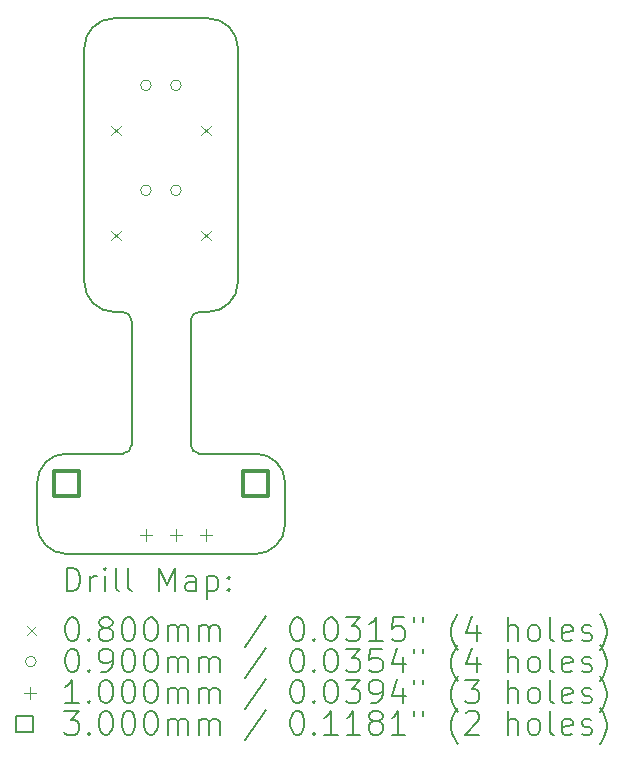
<source format=gbr>
%FSLAX45Y45*%
G04 Gerber Fmt 4.5, Leading zero omitted, Abs format (unit mm)*
G04 Created by KiCad (PCBNEW 6.0.5-a6ca702e91~116~ubuntu20.04.1) date 2022-06-20 08:21:17*
%MOMM*%
%LPD*%
G01*
G04 APERTURE LIST*
%TA.AperFunction,Profile*%
%ADD10C,0.150000*%
%TD*%
%ADD11C,0.200000*%
%ADD12C,0.080000*%
%ADD13C,0.090000*%
%ADD14C,0.100000*%
%ADD15C,0.300000*%
G04 APERTURE END LIST*
D10*
X10250000Y-9150000D02*
X10725000Y-9150000D01*
X12100000Y-9750000D02*
X12100000Y-9400000D01*
X10650000Y-5466000D02*
X11450000Y-5466000D01*
X10400000Y-7700000D02*
X10400000Y-5716000D01*
X11375000Y-9150000D02*
X11850000Y-9150000D01*
X11300000Y-9075000D02*
G75*
G03*
X11375000Y-9150000I75000J0D01*
G01*
X10725000Y-9150000D02*
G75*
G03*
X10800000Y-9075000I0J75000D01*
G01*
X10800000Y-8025000D02*
X10800000Y-9075000D01*
X11300000Y-8025000D02*
X11300000Y-9075000D01*
X11375000Y-7950000D02*
G75*
G03*
X11300000Y-8025000I0J-75000D01*
G01*
X10800000Y-8025000D02*
G75*
G03*
X10725000Y-7950000I-75000J0D01*
G01*
X10650000Y-7950000D02*
X10725000Y-7950000D01*
X11375000Y-7950000D02*
X11450000Y-7950000D01*
X10400000Y-7700000D02*
G75*
G03*
X10650000Y-7950000I250000J0D01*
G01*
X11450000Y-7950000D02*
G75*
G03*
X11700000Y-7700000I0J250000D01*
G01*
X11700000Y-7700000D02*
X11700000Y-5710000D01*
X10650000Y-5466000D02*
G75*
G03*
X10400000Y-5716000I0J-250000D01*
G01*
X11700000Y-5710000D02*
G75*
G03*
X11450000Y-5466000I-250000J-6074D01*
G01*
X10000000Y-9745000D02*
G75*
G03*
X10250000Y-10000000I250000J-4951D01*
G01*
X12100000Y-9400000D02*
G75*
G03*
X11850000Y-9150000I-250000J0D01*
G01*
X10250000Y-10000000D02*
X11850000Y-10000000D01*
X10250000Y-9150000D02*
G75*
G03*
X10000000Y-9400000I0J-250000D01*
G01*
X11850000Y-10000000D02*
G75*
G03*
X12100000Y-9750000I0J250000D01*
G01*
X10000000Y-9745000D02*
X10000000Y-9400000D01*
D11*
D12*
X10628000Y-6373500D02*
X10708000Y-6453500D01*
X10708000Y-6373500D02*
X10628000Y-6453500D01*
X10628000Y-7262500D02*
X10708000Y-7342500D01*
X10708000Y-7262500D02*
X10628000Y-7342500D01*
X11390000Y-6373500D02*
X11470000Y-6453500D01*
X11470000Y-6373500D02*
X11390000Y-6453500D01*
X11390000Y-7262500D02*
X11470000Y-7342500D01*
X11470000Y-7262500D02*
X11390000Y-7342500D01*
D13*
X10967000Y-6032500D02*
G75*
G03*
X10967000Y-6032500I-45000J0D01*
G01*
X10967000Y-6921500D02*
G75*
G03*
X10967000Y-6921500I-45000J0D01*
G01*
X11221000Y-6032500D02*
G75*
G03*
X11221000Y-6032500I-45000J0D01*
G01*
X11221000Y-6921500D02*
G75*
G03*
X11221000Y-6921500I-45000J0D01*
G01*
D14*
X10922000Y-9792500D02*
X10922000Y-9892500D01*
X10872000Y-9842500D02*
X10972000Y-9842500D01*
X11176000Y-9792500D02*
X11176000Y-9892500D01*
X11126000Y-9842500D02*
X11226000Y-9842500D01*
X11430000Y-9792500D02*
X11430000Y-9892500D01*
X11380000Y-9842500D02*
X11480000Y-9842500D01*
D15*
X10356067Y-9506067D02*
X10356067Y-9293933D01*
X10143933Y-9293933D01*
X10143933Y-9506067D01*
X10356067Y-9506067D01*
X11956067Y-9506067D02*
X11956067Y-9293933D01*
X11743933Y-9293933D01*
X11743933Y-9506067D01*
X11956067Y-9506067D01*
D11*
X10250070Y-10317976D02*
X10250070Y-10117976D01*
X10297689Y-10117976D01*
X10326260Y-10127500D01*
X10345308Y-10146548D01*
X10354832Y-10165595D01*
X10364356Y-10203690D01*
X10364356Y-10232262D01*
X10354832Y-10270357D01*
X10345308Y-10289405D01*
X10326260Y-10308452D01*
X10297689Y-10317976D01*
X10250070Y-10317976D01*
X10450070Y-10317976D02*
X10450070Y-10184643D01*
X10450070Y-10222738D02*
X10459594Y-10203690D01*
X10469118Y-10194167D01*
X10488165Y-10184643D01*
X10507213Y-10184643D01*
X10573879Y-10317976D02*
X10573879Y-10184643D01*
X10573879Y-10117976D02*
X10564356Y-10127500D01*
X10573879Y-10137024D01*
X10583403Y-10127500D01*
X10573879Y-10117976D01*
X10573879Y-10137024D01*
X10697689Y-10317976D02*
X10678641Y-10308452D01*
X10669118Y-10289405D01*
X10669118Y-10117976D01*
X10802451Y-10317976D02*
X10783403Y-10308452D01*
X10773879Y-10289405D01*
X10773879Y-10117976D01*
X11031022Y-10317976D02*
X11031022Y-10117976D01*
X11097689Y-10260833D01*
X11164356Y-10117976D01*
X11164356Y-10317976D01*
X11345308Y-10317976D02*
X11345308Y-10213214D01*
X11335784Y-10194167D01*
X11316737Y-10184643D01*
X11278641Y-10184643D01*
X11259594Y-10194167D01*
X11345308Y-10308452D02*
X11326260Y-10317976D01*
X11278641Y-10317976D01*
X11259594Y-10308452D01*
X11250070Y-10289405D01*
X11250070Y-10270357D01*
X11259594Y-10251310D01*
X11278641Y-10241786D01*
X11326260Y-10241786D01*
X11345308Y-10232262D01*
X11440546Y-10184643D02*
X11440546Y-10384643D01*
X11440546Y-10194167D02*
X11459594Y-10184643D01*
X11497689Y-10184643D01*
X11516737Y-10194167D01*
X11526260Y-10203690D01*
X11535784Y-10222738D01*
X11535784Y-10279881D01*
X11526260Y-10298929D01*
X11516737Y-10308452D01*
X11497689Y-10317976D01*
X11459594Y-10317976D01*
X11440546Y-10308452D01*
X11621498Y-10298929D02*
X11631022Y-10308452D01*
X11621498Y-10317976D01*
X11611975Y-10308452D01*
X11621498Y-10298929D01*
X11621498Y-10317976D01*
X11621498Y-10194167D02*
X11631022Y-10203690D01*
X11621498Y-10213214D01*
X11611975Y-10203690D01*
X11621498Y-10194167D01*
X11621498Y-10213214D01*
D12*
X9912451Y-10607500D02*
X9992451Y-10687500D01*
X9992451Y-10607500D02*
X9912451Y-10687500D01*
D11*
X10288165Y-10537976D02*
X10307213Y-10537976D01*
X10326260Y-10547500D01*
X10335784Y-10557024D01*
X10345308Y-10576071D01*
X10354832Y-10614167D01*
X10354832Y-10661786D01*
X10345308Y-10699881D01*
X10335784Y-10718929D01*
X10326260Y-10728452D01*
X10307213Y-10737976D01*
X10288165Y-10737976D01*
X10269118Y-10728452D01*
X10259594Y-10718929D01*
X10250070Y-10699881D01*
X10240546Y-10661786D01*
X10240546Y-10614167D01*
X10250070Y-10576071D01*
X10259594Y-10557024D01*
X10269118Y-10547500D01*
X10288165Y-10537976D01*
X10440546Y-10718929D02*
X10450070Y-10728452D01*
X10440546Y-10737976D01*
X10431022Y-10728452D01*
X10440546Y-10718929D01*
X10440546Y-10737976D01*
X10564356Y-10623690D02*
X10545308Y-10614167D01*
X10535784Y-10604643D01*
X10526260Y-10585595D01*
X10526260Y-10576071D01*
X10535784Y-10557024D01*
X10545308Y-10547500D01*
X10564356Y-10537976D01*
X10602451Y-10537976D01*
X10621499Y-10547500D01*
X10631022Y-10557024D01*
X10640546Y-10576071D01*
X10640546Y-10585595D01*
X10631022Y-10604643D01*
X10621499Y-10614167D01*
X10602451Y-10623690D01*
X10564356Y-10623690D01*
X10545308Y-10633214D01*
X10535784Y-10642738D01*
X10526260Y-10661786D01*
X10526260Y-10699881D01*
X10535784Y-10718929D01*
X10545308Y-10728452D01*
X10564356Y-10737976D01*
X10602451Y-10737976D01*
X10621499Y-10728452D01*
X10631022Y-10718929D01*
X10640546Y-10699881D01*
X10640546Y-10661786D01*
X10631022Y-10642738D01*
X10621499Y-10633214D01*
X10602451Y-10623690D01*
X10764356Y-10537976D02*
X10783403Y-10537976D01*
X10802451Y-10547500D01*
X10811975Y-10557024D01*
X10821499Y-10576071D01*
X10831022Y-10614167D01*
X10831022Y-10661786D01*
X10821499Y-10699881D01*
X10811975Y-10718929D01*
X10802451Y-10728452D01*
X10783403Y-10737976D01*
X10764356Y-10737976D01*
X10745308Y-10728452D01*
X10735784Y-10718929D01*
X10726260Y-10699881D01*
X10716737Y-10661786D01*
X10716737Y-10614167D01*
X10726260Y-10576071D01*
X10735784Y-10557024D01*
X10745308Y-10547500D01*
X10764356Y-10537976D01*
X10954832Y-10537976D02*
X10973879Y-10537976D01*
X10992927Y-10547500D01*
X11002451Y-10557024D01*
X11011975Y-10576071D01*
X11021499Y-10614167D01*
X11021499Y-10661786D01*
X11011975Y-10699881D01*
X11002451Y-10718929D01*
X10992927Y-10728452D01*
X10973879Y-10737976D01*
X10954832Y-10737976D01*
X10935784Y-10728452D01*
X10926260Y-10718929D01*
X10916737Y-10699881D01*
X10907213Y-10661786D01*
X10907213Y-10614167D01*
X10916737Y-10576071D01*
X10926260Y-10557024D01*
X10935784Y-10547500D01*
X10954832Y-10537976D01*
X11107213Y-10737976D02*
X11107213Y-10604643D01*
X11107213Y-10623690D02*
X11116737Y-10614167D01*
X11135784Y-10604643D01*
X11164356Y-10604643D01*
X11183403Y-10614167D01*
X11192927Y-10633214D01*
X11192927Y-10737976D01*
X11192927Y-10633214D02*
X11202451Y-10614167D01*
X11221498Y-10604643D01*
X11250070Y-10604643D01*
X11269117Y-10614167D01*
X11278641Y-10633214D01*
X11278641Y-10737976D01*
X11373879Y-10737976D02*
X11373879Y-10604643D01*
X11373879Y-10623690D02*
X11383403Y-10614167D01*
X11402451Y-10604643D01*
X11431022Y-10604643D01*
X11450070Y-10614167D01*
X11459594Y-10633214D01*
X11459594Y-10737976D01*
X11459594Y-10633214D02*
X11469117Y-10614167D01*
X11488165Y-10604643D01*
X11516737Y-10604643D01*
X11535784Y-10614167D01*
X11545308Y-10633214D01*
X11545308Y-10737976D01*
X11935784Y-10528452D02*
X11764356Y-10785595D01*
X12192927Y-10537976D02*
X12211975Y-10537976D01*
X12231022Y-10547500D01*
X12240546Y-10557024D01*
X12250070Y-10576071D01*
X12259594Y-10614167D01*
X12259594Y-10661786D01*
X12250070Y-10699881D01*
X12240546Y-10718929D01*
X12231022Y-10728452D01*
X12211975Y-10737976D01*
X12192927Y-10737976D01*
X12173879Y-10728452D01*
X12164356Y-10718929D01*
X12154832Y-10699881D01*
X12145308Y-10661786D01*
X12145308Y-10614167D01*
X12154832Y-10576071D01*
X12164356Y-10557024D01*
X12173879Y-10547500D01*
X12192927Y-10537976D01*
X12345308Y-10718929D02*
X12354832Y-10728452D01*
X12345308Y-10737976D01*
X12335784Y-10728452D01*
X12345308Y-10718929D01*
X12345308Y-10737976D01*
X12478641Y-10537976D02*
X12497689Y-10537976D01*
X12516737Y-10547500D01*
X12526260Y-10557024D01*
X12535784Y-10576071D01*
X12545308Y-10614167D01*
X12545308Y-10661786D01*
X12535784Y-10699881D01*
X12526260Y-10718929D01*
X12516737Y-10728452D01*
X12497689Y-10737976D01*
X12478641Y-10737976D01*
X12459594Y-10728452D01*
X12450070Y-10718929D01*
X12440546Y-10699881D01*
X12431022Y-10661786D01*
X12431022Y-10614167D01*
X12440546Y-10576071D01*
X12450070Y-10557024D01*
X12459594Y-10547500D01*
X12478641Y-10537976D01*
X12611975Y-10537976D02*
X12735784Y-10537976D01*
X12669117Y-10614167D01*
X12697689Y-10614167D01*
X12716737Y-10623690D01*
X12726260Y-10633214D01*
X12735784Y-10652262D01*
X12735784Y-10699881D01*
X12726260Y-10718929D01*
X12716737Y-10728452D01*
X12697689Y-10737976D01*
X12640546Y-10737976D01*
X12621498Y-10728452D01*
X12611975Y-10718929D01*
X12926260Y-10737976D02*
X12811975Y-10737976D01*
X12869117Y-10737976D02*
X12869117Y-10537976D01*
X12850070Y-10566548D01*
X12831022Y-10585595D01*
X12811975Y-10595119D01*
X13107213Y-10537976D02*
X13011975Y-10537976D01*
X13002451Y-10633214D01*
X13011975Y-10623690D01*
X13031022Y-10614167D01*
X13078641Y-10614167D01*
X13097689Y-10623690D01*
X13107213Y-10633214D01*
X13116737Y-10652262D01*
X13116737Y-10699881D01*
X13107213Y-10718929D01*
X13097689Y-10728452D01*
X13078641Y-10737976D01*
X13031022Y-10737976D01*
X13011975Y-10728452D01*
X13002451Y-10718929D01*
X13192927Y-10537976D02*
X13192927Y-10576071D01*
X13269117Y-10537976D02*
X13269117Y-10576071D01*
X13564356Y-10814167D02*
X13554832Y-10804643D01*
X13535784Y-10776071D01*
X13526260Y-10757024D01*
X13516737Y-10728452D01*
X13507213Y-10680833D01*
X13507213Y-10642738D01*
X13516737Y-10595119D01*
X13526260Y-10566548D01*
X13535784Y-10547500D01*
X13554832Y-10518929D01*
X13564356Y-10509405D01*
X13726260Y-10604643D02*
X13726260Y-10737976D01*
X13678641Y-10528452D02*
X13631022Y-10671310D01*
X13754832Y-10671310D01*
X13983403Y-10737976D02*
X13983403Y-10537976D01*
X14069117Y-10737976D02*
X14069117Y-10633214D01*
X14059594Y-10614167D01*
X14040546Y-10604643D01*
X14011975Y-10604643D01*
X13992927Y-10614167D01*
X13983403Y-10623690D01*
X14192927Y-10737976D02*
X14173879Y-10728452D01*
X14164356Y-10718929D01*
X14154832Y-10699881D01*
X14154832Y-10642738D01*
X14164356Y-10623690D01*
X14173879Y-10614167D01*
X14192927Y-10604643D01*
X14221498Y-10604643D01*
X14240546Y-10614167D01*
X14250070Y-10623690D01*
X14259594Y-10642738D01*
X14259594Y-10699881D01*
X14250070Y-10718929D01*
X14240546Y-10728452D01*
X14221498Y-10737976D01*
X14192927Y-10737976D01*
X14373879Y-10737976D02*
X14354832Y-10728452D01*
X14345308Y-10709405D01*
X14345308Y-10537976D01*
X14526260Y-10728452D02*
X14507213Y-10737976D01*
X14469117Y-10737976D01*
X14450070Y-10728452D01*
X14440546Y-10709405D01*
X14440546Y-10633214D01*
X14450070Y-10614167D01*
X14469117Y-10604643D01*
X14507213Y-10604643D01*
X14526260Y-10614167D01*
X14535784Y-10633214D01*
X14535784Y-10652262D01*
X14440546Y-10671310D01*
X14611975Y-10728452D02*
X14631022Y-10737976D01*
X14669117Y-10737976D01*
X14688165Y-10728452D01*
X14697689Y-10709405D01*
X14697689Y-10699881D01*
X14688165Y-10680833D01*
X14669117Y-10671310D01*
X14640546Y-10671310D01*
X14621498Y-10661786D01*
X14611975Y-10642738D01*
X14611975Y-10633214D01*
X14621498Y-10614167D01*
X14640546Y-10604643D01*
X14669117Y-10604643D01*
X14688165Y-10614167D01*
X14764356Y-10814167D02*
X14773879Y-10804643D01*
X14792927Y-10776071D01*
X14802451Y-10757024D01*
X14811975Y-10728452D01*
X14821498Y-10680833D01*
X14821498Y-10642738D01*
X14811975Y-10595119D01*
X14802451Y-10566548D01*
X14792927Y-10547500D01*
X14773879Y-10518929D01*
X14764356Y-10509405D01*
D13*
X9992451Y-10911500D02*
G75*
G03*
X9992451Y-10911500I-45000J0D01*
G01*
D11*
X10288165Y-10801976D02*
X10307213Y-10801976D01*
X10326260Y-10811500D01*
X10335784Y-10821024D01*
X10345308Y-10840071D01*
X10354832Y-10878167D01*
X10354832Y-10925786D01*
X10345308Y-10963881D01*
X10335784Y-10982929D01*
X10326260Y-10992452D01*
X10307213Y-11001976D01*
X10288165Y-11001976D01*
X10269118Y-10992452D01*
X10259594Y-10982929D01*
X10250070Y-10963881D01*
X10240546Y-10925786D01*
X10240546Y-10878167D01*
X10250070Y-10840071D01*
X10259594Y-10821024D01*
X10269118Y-10811500D01*
X10288165Y-10801976D01*
X10440546Y-10982929D02*
X10450070Y-10992452D01*
X10440546Y-11001976D01*
X10431022Y-10992452D01*
X10440546Y-10982929D01*
X10440546Y-11001976D01*
X10545308Y-11001976D02*
X10583403Y-11001976D01*
X10602451Y-10992452D01*
X10611975Y-10982929D01*
X10631022Y-10954357D01*
X10640546Y-10916262D01*
X10640546Y-10840071D01*
X10631022Y-10821024D01*
X10621499Y-10811500D01*
X10602451Y-10801976D01*
X10564356Y-10801976D01*
X10545308Y-10811500D01*
X10535784Y-10821024D01*
X10526260Y-10840071D01*
X10526260Y-10887690D01*
X10535784Y-10906738D01*
X10545308Y-10916262D01*
X10564356Y-10925786D01*
X10602451Y-10925786D01*
X10621499Y-10916262D01*
X10631022Y-10906738D01*
X10640546Y-10887690D01*
X10764356Y-10801976D02*
X10783403Y-10801976D01*
X10802451Y-10811500D01*
X10811975Y-10821024D01*
X10821499Y-10840071D01*
X10831022Y-10878167D01*
X10831022Y-10925786D01*
X10821499Y-10963881D01*
X10811975Y-10982929D01*
X10802451Y-10992452D01*
X10783403Y-11001976D01*
X10764356Y-11001976D01*
X10745308Y-10992452D01*
X10735784Y-10982929D01*
X10726260Y-10963881D01*
X10716737Y-10925786D01*
X10716737Y-10878167D01*
X10726260Y-10840071D01*
X10735784Y-10821024D01*
X10745308Y-10811500D01*
X10764356Y-10801976D01*
X10954832Y-10801976D02*
X10973879Y-10801976D01*
X10992927Y-10811500D01*
X11002451Y-10821024D01*
X11011975Y-10840071D01*
X11021499Y-10878167D01*
X11021499Y-10925786D01*
X11011975Y-10963881D01*
X11002451Y-10982929D01*
X10992927Y-10992452D01*
X10973879Y-11001976D01*
X10954832Y-11001976D01*
X10935784Y-10992452D01*
X10926260Y-10982929D01*
X10916737Y-10963881D01*
X10907213Y-10925786D01*
X10907213Y-10878167D01*
X10916737Y-10840071D01*
X10926260Y-10821024D01*
X10935784Y-10811500D01*
X10954832Y-10801976D01*
X11107213Y-11001976D02*
X11107213Y-10868643D01*
X11107213Y-10887690D02*
X11116737Y-10878167D01*
X11135784Y-10868643D01*
X11164356Y-10868643D01*
X11183403Y-10878167D01*
X11192927Y-10897214D01*
X11192927Y-11001976D01*
X11192927Y-10897214D02*
X11202451Y-10878167D01*
X11221498Y-10868643D01*
X11250070Y-10868643D01*
X11269117Y-10878167D01*
X11278641Y-10897214D01*
X11278641Y-11001976D01*
X11373879Y-11001976D02*
X11373879Y-10868643D01*
X11373879Y-10887690D02*
X11383403Y-10878167D01*
X11402451Y-10868643D01*
X11431022Y-10868643D01*
X11450070Y-10878167D01*
X11459594Y-10897214D01*
X11459594Y-11001976D01*
X11459594Y-10897214D02*
X11469117Y-10878167D01*
X11488165Y-10868643D01*
X11516737Y-10868643D01*
X11535784Y-10878167D01*
X11545308Y-10897214D01*
X11545308Y-11001976D01*
X11935784Y-10792452D02*
X11764356Y-11049595D01*
X12192927Y-10801976D02*
X12211975Y-10801976D01*
X12231022Y-10811500D01*
X12240546Y-10821024D01*
X12250070Y-10840071D01*
X12259594Y-10878167D01*
X12259594Y-10925786D01*
X12250070Y-10963881D01*
X12240546Y-10982929D01*
X12231022Y-10992452D01*
X12211975Y-11001976D01*
X12192927Y-11001976D01*
X12173879Y-10992452D01*
X12164356Y-10982929D01*
X12154832Y-10963881D01*
X12145308Y-10925786D01*
X12145308Y-10878167D01*
X12154832Y-10840071D01*
X12164356Y-10821024D01*
X12173879Y-10811500D01*
X12192927Y-10801976D01*
X12345308Y-10982929D02*
X12354832Y-10992452D01*
X12345308Y-11001976D01*
X12335784Y-10992452D01*
X12345308Y-10982929D01*
X12345308Y-11001976D01*
X12478641Y-10801976D02*
X12497689Y-10801976D01*
X12516737Y-10811500D01*
X12526260Y-10821024D01*
X12535784Y-10840071D01*
X12545308Y-10878167D01*
X12545308Y-10925786D01*
X12535784Y-10963881D01*
X12526260Y-10982929D01*
X12516737Y-10992452D01*
X12497689Y-11001976D01*
X12478641Y-11001976D01*
X12459594Y-10992452D01*
X12450070Y-10982929D01*
X12440546Y-10963881D01*
X12431022Y-10925786D01*
X12431022Y-10878167D01*
X12440546Y-10840071D01*
X12450070Y-10821024D01*
X12459594Y-10811500D01*
X12478641Y-10801976D01*
X12611975Y-10801976D02*
X12735784Y-10801976D01*
X12669117Y-10878167D01*
X12697689Y-10878167D01*
X12716737Y-10887690D01*
X12726260Y-10897214D01*
X12735784Y-10916262D01*
X12735784Y-10963881D01*
X12726260Y-10982929D01*
X12716737Y-10992452D01*
X12697689Y-11001976D01*
X12640546Y-11001976D01*
X12621498Y-10992452D01*
X12611975Y-10982929D01*
X12916737Y-10801976D02*
X12821498Y-10801976D01*
X12811975Y-10897214D01*
X12821498Y-10887690D01*
X12840546Y-10878167D01*
X12888165Y-10878167D01*
X12907213Y-10887690D01*
X12916737Y-10897214D01*
X12926260Y-10916262D01*
X12926260Y-10963881D01*
X12916737Y-10982929D01*
X12907213Y-10992452D01*
X12888165Y-11001976D01*
X12840546Y-11001976D01*
X12821498Y-10992452D01*
X12811975Y-10982929D01*
X13097689Y-10868643D02*
X13097689Y-11001976D01*
X13050070Y-10792452D02*
X13002451Y-10935310D01*
X13126260Y-10935310D01*
X13192927Y-10801976D02*
X13192927Y-10840071D01*
X13269117Y-10801976D02*
X13269117Y-10840071D01*
X13564356Y-11078167D02*
X13554832Y-11068643D01*
X13535784Y-11040071D01*
X13526260Y-11021024D01*
X13516737Y-10992452D01*
X13507213Y-10944833D01*
X13507213Y-10906738D01*
X13516737Y-10859119D01*
X13526260Y-10830548D01*
X13535784Y-10811500D01*
X13554832Y-10782929D01*
X13564356Y-10773405D01*
X13726260Y-10868643D02*
X13726260Y-11001976D01*
X13678641Y-10792452D02*
X13631022Y-10935310D01*
X13754832Y-10935310D01*
X13983403Y-11001976D02*
X13983403Y-10801976D01*
X14069117Y-11001976D02*
X14069117Y-10897214D01*
X14059594Y-10878167D01*
X14040546Y-10868643D01*
X14011975Y-10868643D01*
X13992927Y-10878167D01*
X13983403Y-10887690D01*
X14192927Y-11001976D02*
X14173879Y-10992452D01*
X14164356Y-10982929D01*
X14154832Y-10963881D01*
X14154832Y-10906738D01*
X14164356Y-10887690D01*
X14173879Y-10878167D01*
X14192927Y-10868643D01*
X14221498Y-10868643D01*
X14240546Y-10878167D01*
X14250070Y-10887690D01*
X14259594Y-10906738D01*
X14259594Y-10963881D01*
X14250070Y-10982929D01*
X14240546Y-10992452D01*
X14221498Y-11001976D01*
X14192927Y-11001976D01*
X14373879Y-11001976D02*
X14354832Y-10992452D01*
X14345308Y-10973405D01*
X14345308Y-10801976D01*
X14526260Y-10992452D02*
X14507213Y-11001976D01*
X14469117Y-11001976D01*
X14450070Y-10992452D01*
X14440546Y-10973405D01*
X14440546Y-10897214D01*
X14450070Y-10878167D01*
X14469117Y-10868643D01*
X14507213Y-10868643D01*
X14526260Y-10878167D01*
X14535784Y-10897214D01*
X14535784Y-10916262D01*
X14440546Y-10935310D01*
X14611975Y-10992452D02*
X14631022Y-11001976D01*
X14669117Y-11001976D01*
X14688165Y-10992452D01*
X14697689Y-10973405D01*
X14697689Y-10963881D01*
X14688165Y-10944833D01*
X14669117Y-10935310D01*
X14640546Y-10935310D01*
X14621498Y-10925786D01*
X14611975Y-10906738D01*
X14611975Y-10897214D01*
X14621498Y-10878167D01*
X14640546Y-10868643D01*
X14669117Y-10868643D01*
X14688165Y-10878167D01*
X14764356Y-11078167D02*
X14773879Y-11068643D01*
X14792927Y-11040071D01*
X14802451Y-11021024D01*
X14811975Y-10992452D01*
X14821498Y-10944833D01*
X14821498Y-10906738D01*
X14811975Y-10859119D01*
X14802451Y-10830548D01*
X14792927Y-10811500D01*
X14773879Y-10782929D01*
X14764356Y-10773405D01*
D14*
X9942451Y-11125500D02*
X9942451Y-11225500D01*
X9892451Y-11175500D02*
X9992451Y-11175500D01*
D11*
X10354832Y-11265976D02*
X10240546Y-11265976D01*
X10297689Y-11265976D02*
X10297689Y-11065976D01*
X10278641Y-11094548D01*
X10259594Y-11113595D01*
X10240546Y-11123119D01*
X10440546Y-11246928D02*
X10450070Y-11256452D01*
X10440546Y-11265976D01*
X10431022Y-11256452D01*
X10440546Y-11246928D01*
X10440546Y-11265976D01*
X10573879Y-11065976D02*
X10592927Y-11065976D01*
X10611975Y-11075500D01*
X10621499Y-11085024D01*
X10631022Y-11104071D01*
X10640546Y-11142167D01*
X10640546Y-11189786D01*
X10631022Y-11227881D01*
X10621499Y-11246928D01*
X10611975Y-11256452D01*
X10592927Y-11265976D01*
X10573879Y-11265976D01*
X10554832Y-11256452D01*
X10545308Y-11246928D01*
X10535784Y-11227881D01*
X10526260Y-11189786D01*
X10526260Y-11142167D01*
X10535784Y-11104071D01*
X10545308Y-11085024D01*
X10554832Y-11075500D01*
X10573879Y-11065976D01*
X10764356Y-11065976D02*
X10783403Y-11065976D01*
X10802451Y-11075500D01*
X10811975Y-11085024D01*
X10821499Y-11104071D01*
X10831022Y-11142167D01*
X10831022Y-11189786D01*
X10821499Y-11227881D01*
X10811975Y-11246928D01*
X10802451Y-11256452D01*
X10783403Y-11265976D01*
X10764356Y-11265976D01*
X10745308Y-11256452D01*
X10735784Y-11246928D01*
X10726260Y-11227881D01*
X10716737Y-11189786D01*
X10716737Y-11142167D01*
X10726260Y-11104071D01*
X10735784Y-11085024D01*
X10745308Y-11075500D01*
X10764356Y-11065976D01*
X10954832Y-11065976D02*
X10973879Y-11065976D01*
X10992927Y-11075500D01*
X11002451Y-11085024D01*
X11011975Y-11104071D01*
X11021499Y-11142167D01*
X11021499Y-11189786D01*
X11011975Y-11227881D01*
X11002451Y-11246928D01*
X10992927Y-11256452D01*
X10973879Y-11265976D01*
X10954832Y-11265976D01*
X10935784Y-11256452D01*
X10926260Y-11246928D01*
X10916737Y-11227881D01*
X10907213Y-11189786D01*
X10907213Y-11142167D01*
X10916737Y-11104071D01*
X10926260Y-11085024D01*
X10935784Y-11075500D01*
X10954832Y-11065976D01*
X11107213Y-11265976D02*
X11107213Y-11132643D01*
X11107213Y-11151690D02*
X11116737Y-11142167D01*
X11135784Y-11132643D01*
X11164356Y-11132643D01*
X11183403Y-11142167D01*
X11192927Y-11161214D01*
X11192927Y-11265976D01*
X11192927Y-11161214D02*
X11202451Y-11142167D01*
X11221498Y-11132643D01*
X11250070Y-11132643D01*
X11269117Y-11142167D01*
X11278641Y-11161214D01*
X11278641Y-11265976D01*
X11373879Y-11265976D02*
X11373879Y-11132643D01*
X11373879Y-11151690D02*
X11383403Y-11142167D01*
X11402451Y-11132643D01*
X11431022Y-11132643D01*
X11450070Y-11142167D01*
X11459594Y-11161214D01*
X11459594Y-11265976D01*
X11459594Y-11161214D02*
X11469117Y-11142167D01*
X11488165Y-11132643D01*
X11516737Y-11132643D01*
X11535784Y-11142167D01*
X11545308Y-11161214D01*
X11545308Y-11265976D01*
X11935784Y-11056452D02*
X11764356Y-11313595D01*
X12192927Y-11065976D02*
X12211975Y-11065976D01*
X12231022Y-11075500D01*
X12240546Y-11085024D01*
X12250070Y-11104071D01*
X12259594Y-11142167D01*
X12259594Y-11189786D01*
X12250070Y-11227881D01*
X12240546Y-11246928D01*
X12231022Y-11256452D01*
X12211975Y-11265976D01*
X12192927Y-11265976D01*
X12173879Y-11256452D01*
X12164356Y-11246928D01*
X12154832Y-11227881D01*
X12145308Y-11189786D01*
X12145308Y-11142167D01*
X12154832Y-11104071D01*
X12164356Y-11085024D01*
X12173879Y-11075500D01*
X12192927Y-11065976D01*
X12345308Y-11246928D02*
X12354832Y-11256452D01*
X12345308Y-11265976D01*
X12335784Y-11256452D01*
X12345308Y-11246928D01*
X12345308Y-11265976D01*
X12478641Y-11065976D02*
X12497689Y-11065976D01*
X12516737Y-11075500D01*
X12526260Y-11085024D01*
X12535784Y-11104071D01*
X12545308Y-11142167D01*
X12545308Y-11189786D01*
X12535784Y-11227881D01*
X12526260Y-11246928D01*
X12516737Y-11256452D01*
X12497689Y-11265976D01*
X12478641Y-11265976D01*
X12459594Y-11256452D01*
X12450070Y-11246928D01*
X12440546Y-11227881D01*
X12431022Y-11189786D01*
X12431022Y-11142167D01*
X12440546Y-11104071D01*
X12450070Y-11085024D01*
X12459594Y-11075500D01*
X12478641Y-11065976D01*
X12611975Y-11065976D02*
X12735784Y-11065976D01*
X12669117Y-11142167D01*
X12697689Y-11142167D01*
X12716737Y-11151690D01*
X12726260Y-11161214D01*
X12735784Y-11180262D01*
X12735784Y-11227881D01*
X12726260Y-11246928D01*
X12716737Y-11256452D01*
X12697689Y-11265976D01*
X12640546Y-11265976D01*
X12621498Y-11256452D01*
X12611975Y-11246928D01*
X12831022Y-11265976D02*
X12869117Y-11265976D01*
X12888165Y-11256452D01*
X12897689Y-11246928D01*
X12916737Y-11218357D01*
X12926260Y-11180262D01*
X12926260Y-11104071D01*
X12916737Y-11085024D01*
X12907213Y-11075500D01*
X12888165Y-11065976D01*
X12850070Y-11065976D01*
X12831022Y-11075500D01*
X12821498Y-11085024D01*
X12811975Y-11104071D01*
X12811975Y-11151690D01*
X12821498Y-11170738D01*
X12831022Y-11180262D01*
X12850070Y-11189786D01*
X12888165Y-11189786D01*
X12907213Y-11180262D01*
X12916737Y-11170738D01*
X12926260Y-11151690D01*
X13097689Y-11132643D02*
X13097689Y-11265976D01*
X13050070Y-11056452D02*
X13002451Y-11199309D01*
X13126260Y-11199309D01*
X13192927Y-11065976D02*
X13192927Y-11104071D01*
X13269117Y-11065976D02*
X13269117Y-11104071D01*
X13564356Y-11342167D02*
X13554832Y-11332643D01*
X13535784Y-11304071D01*
X13526260Y-11285024D01*
X13516737Y-11256452D01*
X13507213Y-11208833D01*
X13507213Y-11170738D01*
X13516737Y-11123119D01*
X13526260Y-11094548D01*
X13535784Y-11075500D01*
X13554832Y-11046929D01*
X13564356Y-11037405D01*
X13621498Y-11065976D02*
X13745308Y-11065976D01*
X13678641Y-11142167D01*
X13707213Y-11142167D01*
X13726260Y-11151690D01*
X13735784Y-11161214D01*
X13745308Y-11180262D01*
X13745308Y-11227881D01*
X13735784Y-11246928D01*
X13726260Y-11256452D01*
X13707213Y-11265976D01*
X13650070Y-11265976D01*
X13631022Y-11256452D01*
X13621498Y-11246928D01*
X13983403Y-11265976D02*
X13983403Y-11065976D01*
X14069117Y-11265976D02*
X14069117Y-11161214D01*
X14059594Y-11142167D01*
X14040546Y-11132643D01*
X14011975Y-11132643D01*
X13992927Y-11142167D01*
X13983403Y-11151690D01*
X14192927Y-11265976D02*
X14173879Y-11256452D01*
X14164356Y-11246928D01*
X14154832Y-11227881D01*
X14154832Y-11170738D01*
X14164356Y-11151690D01*
X14173879Y-11142167D01*
X14192927Y-11132643D01*
X14221498Y-11132643D01*
X14240546Y-11142167D01*
X14250070Y-11151690D01*
X14259594Y-11170738D01*
X14259594Y-11227881D01*
X14250070Y-11246928D01*
X14240546Y-11256452D01*
X14221498Y-11265976D01*
X14192927Y-11265976D01*
X14373879Y-11265976D02*
X14354832Y-11256452D01*
X14345308Y-11237405D01*
X14345308Y-11065976D01*
X14526260Y-11256452D02*
X14507213Y-11265976D01*
X14469117Y-11265976D01*
X14450070Y-11256452D01*
X14440546Y-11237405D01*
X14440546Y-11161214D01*
X14450070Y-11142167D01*
X14469117Y-11132643D01*
X14507213Y-11132643D01*
X14526260Y-11142167D01*
X14535784Y-11161214D01*
X14535784Y-11180262D01*
X14440546Y-11199309D01*
X14611975Y-11256452D02*
X14631022Y-11265976D01*
X14669117Y-11265976D01*
X14688165Y-11256452D01*
X14697689Y-11237405D01*
X14697689Y-11227881D01*
X14688165Y-11208833D01*
X14669117Y-11199309D01*
X14640546Y-11199309D01*
X14621498Y-11189786D01*
X14611975Y-11170738D01*
X14611975Y-11161214D01*
X14621498Y-11142167D01*
X14640546Y-11132643D01*
X14669117Y-11132643D01*
X14688165Y-11142167D01*
X14764356Y-11342167D02*
X14773879Y-11332643D01*
X14792927Y-11304071D01*
X14802451Y-11285024D01*
X14811975Y-11256452D01*
X14821498Y-11208833D01*
X14821498Y-11170738D01*
X14811975Y-11123119D01*
X14802451Y-11094548D01*
X14792927Y-11075500D01*
X14773879Y-11046929D01*
X14764356Y-11037405D01*
X9963162Y-11510211D02*
X9963162Y-11368789D01*
X9821740Y-11368789D01*
X9821740Y-11510211D01*
X9963162Y-11510211D01*
X10231022Y-11329976D02*
X10354832Y-11329976D01*
X10288165Y-11406167D01*
X10316737Y-11406167D01*
X10335784Y-11415690D01*
X10345308Y-11425214D01*
X10354832Y-11444262D01*
X10354832Y-11491881D01*
X10345308Y-11510928D01*
X10335784Y-11520452D01*
X10316737Y-11529976D01*
X10259594Y-11529976D01*
X10240546Y-11520452D01*
X10231022Y-11510928D01*
X10440546Y-11510928D02*
X10450070Y-11520452D01*
X10440546Y-11529976D01*
X10431022Y-11520452D01*
X10440546Y-11510928D01*
X10440546Y-11529976D01*
X10573879Y-11329976D02*
X10592927Y-11329976D01*
X10611975Y-11339500D01*
X10621499Y-11349024D01*
X10631022Y-11368071D01*
X10640546Y-11406167D01*
X10640546Y-11453786D01*
X10631022Y-11491881D01*
X10621499Y-11510928D01*
X10611975Y-11520452D01*
X10592927Y-11529976D01*
X10573879Y-11529976D01*
X10554832Y-11520452D01*
X10545308Y-11510928D01*
X10535784Y-11491881D01*
X10526260Y-11453786D01*
X10526260Y-11406167D01*
X10535784Y-11368071D01*
X10545308Y-11349024D01*
X10554832Y-11339500D01*
X10573879Y-11329976D01*
X10764356Y-11329976D02*
X10783403Y-11329976D01*
X10802451Y-11339500D01*
X10811975Y-11349024D01*
X10821499Y-11368071D01*
X10831022Y-11406167D01*
X10831022Y-11453786D01*
X10821499Y-11491881D01*
X10811975Y-11510928D01*
X10802451Y-11520452D01*
X10783403Y-11529976D01*
X10764356Y-11529976D01*
X10745308Y-11520452D01*
X10735784Y-11510928D01*
X10726260Y-11491881D01*
X10716737Y-11453786D01*
X10716737Y-11406167D01*
X10726260Y-11368071D01*
X10735784Y-11349024D01*
X10745308Y-11339500D01*
X10764356Y-11329976D01*
X10954832Y-11329976D02*
X10973879Y-11329976D01*
X10992927Y-11339500D01*
X11002451Y-11349024D01*
X11011975Y-11368071D01*
X11021499Y-11406167D01*
X11021499Y-11453786D01*
X11011975Y-11491881D01*
X11002451Y-11510928D01*
X10992927Y-11520452D01*
X10973879Y-11529976D01*
X10954832Y-11529976D01*
X10935784Y-11520452D01*
X10926260Y-11510928D01*
X10916737Y-11491881D01*
X10907213Y-11453786D01*
X10907213Y-11406167D01*
X10916737Y-11368071D01*
X10926260Y-11349024D01*
X10935784Y-11339500D01*
X10954832Y-11329976D01*
X11107213Y-11529976D02*
X11107213Y-11396643D01*
X11107213Y-11415690D02*
X11116737Y-11406167D01*
X11135784Y-11396643D01*
X11164356Y-11396643D01*
X11183403Y-11406167D01*
X11192927Y-11425214D01*
X11192927Y-11529976D01*
X11192927Y-11425214D02*
X11202451Y-11406167D01*
X11221498Y-11396643D01*
X11250070Y-11396643D01*
X11269117Y-11406167D01*
X11278641Y-11425214D01*
X11278641Y-11529976D01*
X11373879Y-11529976D02*
X11373879Y-11396643D01*
X11373879Y-11415690D02*
X11383403Y-11406167D01*
X11402451Y-11396643D01*
X11431022Y-11396643D01*
X11450070Y-11406167D01*
X11459594Y-11425214D01*
X11459594Y-11529976D01*
X11459594Y-11425214D02*
X11469117Y-11406167D01*
X11488165Y-11396643D01*
X11516737Y-11396643D01*
X11535784Y-11406167D01*
X11545308Y-11425214D01*
X11545308Y-11529976D01*
X11935784Y-11320452D02*
X11764356Y-11577595D01*
X12192927Y-11329976D02*
X12211975Y-11329976D01*
X12231022Y-11339500D01*
X12240546Y-11349024D01*
X12250070Y-11368071D01*
X12259594Y-11406167D01*
X12259594Y-11453786D01*
X12250070Y-11491881D01*
X12240546Y-11510928D01*
X12231022Y-11520452D01*
X12211975Y-11529976D01*
X12192927Y-11529976D01*
X12173879Y-11520452D01*
X12164356Y-11510928D01*
X12154832Y-11491881D01*
X12145308Y-11453786D01*
X12145308Y-11406167D01*
X12154832Y-11368071D01*
X12164356Y-11349024D01*
X12173879Y-11339500D01*
X12192927Y-11329976D01*
X12345308Y-11510928D02*
X12354832Y-11520452D01*
X12345308Y-11529976D01*
X12335784Y-11520452D01*
X12345308Y-11510928D01*
X12345308Y-11529976D01*
X12545308Y-11529976D02*
X12431022Y-11529976D01*
X12488165Y-11529976D02*
X12488165Y-11329976D01*
X12469117Y-11358548D01*
X12450070Y-11377595D01*
X12431022Y-11387119D01*
X12735784Y-11529976D02*
X12621498Y-11529976D01*
X12678641Y-11529976D02*
X12678641Y-11329976D01*
X12659594Y-11358548D01*
X12640546Y-11377595D01*
X12621498Y-11387119D01*
X12850070Y-11415690D02*
X12831022Y-11406167D01*
X12821498Y-11396643D01*
X12811975Y-11377595D01*
X12811975Y-11368071D01*
X12821498Y-11349024D01*
X12831022Y-11339500D01*
X12850070Y-11329976D01*
X12888165Y-11329976D01*
X12907213Y-11339500D01*
X12916737Y-11349024D01*
X12926260Y-11368071D01*
X12926260Y-11377595D01*
X12916737Y-11396643D01*
X12907213Y-11406167D01*
X12888165Y-11415690D01*
X12850070Y-11415690D01*
X12831022Y-11425214D01*
X12821498Y-11434738D01*
X12811975Y-11453786D01*
X12811975Y-11491881D01*
X12821498Y-11510928D01*
X12831022Y-11520452D01*
X12850070Y-11529976D01*
X12888165Y-11529976D01*
X12907213Y-11520452D01*
X12916737Y-11510928D01*
X12926260Y-11491881D01*
X12926260Y-11453786D01*
X12916737Y-11434738D01*
X12907213Y-11425214D01*
X12888165Y-11415690D01*
X13116737Y-11529976D02*
X13002451Y-11529976D01*
X13059594Y-11529976D02*
X13059594Y-11329976D01*
X13040546Y-11358548D01*
X13021498Y-11377595D01*
X13002451Y-11387119D01*
X13192927Y-11329976D02*
X13192927Y-11368071D01*
X13269117Y-11329976D02*
X13269117Y-11368071D01*
X13564356Y-11606167D02*
X13554832Y-11596643D01*
X13535784Y-11568071D01*
X13526260Y-11549024D01*
X13516737Y-11520452D01*
X13507213Y-11472833D01*
X13507213Y-11434738D01*
X13516737Y-11387119D01*
X13526260Y-11358548D01*
X13535784Y-11339500D01*
X13554832Y-11310928D01*
X13564356Y-11301405D01*
X13631022Y-11349024D02*
X13640546Y-11339500D01*
X13659594Y-11329976D01*
X13707213Y-11329976D01*
X13726260Y-11339500D01*
X13735784Y-11349024D01*
X13745308Y-11368071D01*
X13745308Y-11387119D01*
X13735784Y-11415690D01*
X13621498Y-11529976D01*
X13745308Y-11529976D01*
X13983403Y-11529976D02*
X13983403Y-11329976D01*
X14069117Y-11529976D02*
X14069117Y-11425214D01*
X14059594Y-11406167D01*
X14040546Y-11396643D01*
X14011975Y-11396643D01*
X13992927Y-11406167D01*
X13983403Y-11415690D01*
X14192927Y-11529976D02*
X14173879Y-11520452D01*
X14164356Y-11510928D01*
X14154832Y-11491881D01*
X14154832Y-11434738D01*
X14164356Y-11415690D01*
X14173879Y-11406167D01*
X14192927Y-11396643D01*
X14221498Y-11396643D01*
X14240546Y-11406167D01*
X14250070Y-11415690D01*
X14259594Y-11434738D01*
X14259594Y-11491881D01*
X14250070Y-11510928D01*
X14240546Y-11520452D01*
X14221498Y-11529976D01*
X14192927Y-11529976D01*
X14373879Y-11529976D02*
X14354832Y-11520452D01*
X14345308Y-11501405D01*
X14345308Y-11329976D01*
X14526260Y-11520452D02*
X14507213Y-11529976D01*
X14469117Y-11529976D01*
X14450070Y-11520452D01*
X14440546Y-11501405D01*
X14440546Y-11425214D01*
X14450070Y-11406167D01*
X14469117Y-11396643D01*
X14507213Y-11396643D01*
X14526260Y-11406167D01*
X14535784Y-11425214D01*
X14535784Y-11444262D01*
X14440546Y-11463309D01*
X14611975Y-11520452D02*
X14631022Y-11529976D01*
X14669117Y-11529976D01*
X14688165Y-11520452D01*
X14697689Y-11501405D01*
X14697689Y-11491881D01*
X14688165Y-11472833D01*
X14669117Y-11463309D01*
X14640546Y-11463309D01*
X14621498Y-11453786D01*
X14611975Y-11434738D01*
X14611975Y-11425214D01*
X14621498Y-11406167D01*
X14640546Y-11396643D01*
X14669117Y-11396643D01*
X14688165Y-11406167D01*
X14764356Y-11606167D02*
X14773879Y-11596643D01*
X14792927Y-11568071D01*
X14802451Y-11549024D01*
X14811975Y-11520452D01*
X14821498Y-11472833D01*
X14821498Y-11434738D01*
X14811975Y-11387119D01*
X14802451Y-11358548D01*
X14792927Y-11339500D01*
X14773879Y-11310928D01*
X14764356Y-11301405D01*
M02*

</source>
